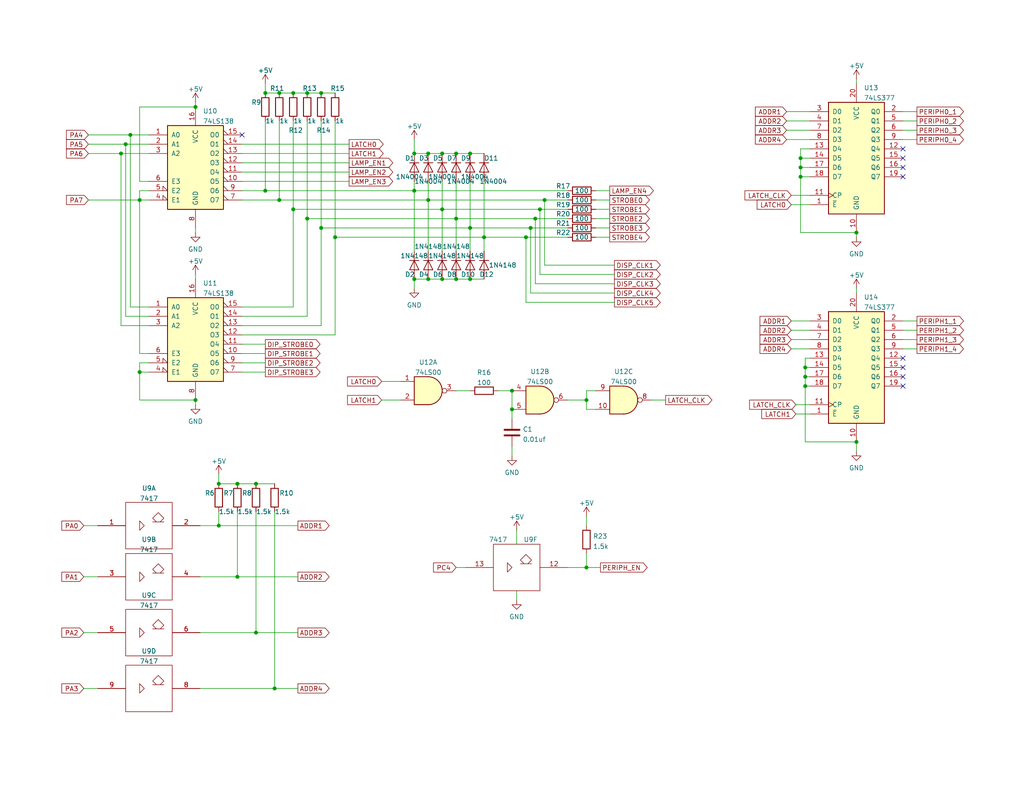
<source format=kicad_sch>
(kicad_sch (version 20211123) (generator eeschema)
  (paper "USLetter")
  (title_block (title "Peripheral Interfaces") (date "2022-08-27") (rev "1.5") (company "ePinball") (comment 1 "github.com/jfleitz/gp-mpu"))
  (lib_symbols
    (symbol "74xx:74LS00" (pin_names (offset 1.016))
      (property "Reference" "U" (at 0 1.27 0))
      (property "Value" "74LS00" (at 0 -1.27 0))
      (symbol "74LS00_1_1"
        (arc (start 0 -3.81) (mid 3.81 0) (end 0 3.81) (stroke (width 0.254)) (fill (type background)))
        (polyline (pts (xy 0 3.81) (xy -3.81 3.81) (xy -3.81 -3.81) (xy 0 -3.81)) (stroke (width 0.254)) (fill (type background)))
        (pin input line (at -7.62 2.54 0) (length 3.81) (name "~") (number "1"))
        (pin input line (at -7.62 -2.54 0) (length 3.81) (name "~") (number "2"))
        (pin output inverted (at 7.62 0 180) (length 3.81) (name "~") (number "3"))
      )
      (symbol "74LS00_1_2"
        (arc (start -3.81 -3.81) (mid -2.589 0) (end -3.81 3.81) (stroke (width 0.254)))
        (arc (start -0.6096 -3.81) (mid 2.1855 -2.584) (end 3.81 0) (stroke (width 0.254)) (fill (type background)))
        (polyline (pts (xy -3.81 -3.81) (xy -0.635 -3.81)) (stroke (width 0.254)) (fill (type background)))
        (polyline (pts (xy -3.81 3.81) (xy -0.635 3.81)) (stroke (width 0.254)) (fill (type background)))
        (polyline (pts (xy -0.635 3.81) (xy -3.81 3.81) (xy -3.81 3.81) (xy -3.556 3.4036) (xy -3.0226 2.2606) (xy -2.6924 1.0414) (xy -2.6162 -0.254) (xy -2.7686 -1.4986) (xy -3.175 -2.7178) (xy -3.81 -3.81) (xy -3.81 -3.81) (xy -0.635 -3.81)) (stroke (width -25.4)) (fill (type background)))
        (arc (start 3.81 0) (mid 2.1928 2.5925) (end -0.6096 3.81) (stroke (width 0.254)) (fill (type background)))
        (pin input inverted (at -7.62 2.54 0) (length 4.318) (name "~") (number "1"))
        (pin input inverted (at -7.62 -2.54 0) (length 4.318) (name "~") (number "2"))
        (pin output line (at 7.62 0 180) (length 3.81) (name "~") (number "3"))
      )
      (symbol "74LS00_2_1"
        (arc (start 0 -3.81) (mid 3.81 0) (end 0 3.81) (stroke (width 0.254)) (fill (type background)))
        (polyline (pts (xy 0 3.81) (xy -3.81 3.81) (xy -3.81 -3.81) (xy 0 -3.81)) (stroke (width 0.254)) (fill (type background)))
        (pin input line (at -7.62 2.54 0) (length 3.81) (name "~") (number "4"))
        (pin input line (at -7.62 -2.54 0) (length 3.81) (name "~") (number "5"))
        (pin output inverted (at 7.62 0 180) (length 3.81) (name "~") (number "6"))
      )
      (symbol "74LS00_2_2"
        (arc (start -3.81 -3.81) (mid -2.589 0) (end -3.81 3.81) (stroke (width 0.254)))
        (arc (start -0.6096 -3.81) (mid 2.1855 -2.584) (end 3.81 0) (stroke (width 0.254)) (fill (type background)))
        (polyline (pts (xy -3.81 -3.81) (xy -0.635 -3.81)) (stroke (width 0.254)) (fill (type background)))
        (polyline (pts (xy -3.81 3.81) (xy -0.635 3.81)) (stroke (width 0.254)) (fill (type background)))
        (polyline (pts (xy -0.635 3.81) (xy -3.81 3.81) (xy -3.81 3.81) (xy -3.556 3.4036) (xy -3.0226 2.2606) (xy -2.6924 1.0414) (xy -2.6162 -0.254) (xy -2.7686 -1.4986) (xy -3.175 -2.7178) (xy -3.81 -3.81) (xy -3.81 -3.81) (xy -0.635 -3.81)) (stroke (width -25.4)) (fill (type background)))
        (arc (start 3.81 0) (mid 2.1928 2.5925) (end -0.6096 3.81) (stroke (width 0.254)) (fill (type background)))
        (pin input inverted (at -7.62 2.54 0) (length 4.318) (name "~") (number "4"))
        (pin input inverted (at -7.62 -2.54 0) (length 4.318) (name "~") (number "5"))
        (pin output line (at 7.62 0 180) (length 3.81) (name "~") (number "6"))
      )
      (symbol "74LS00_3_1"
        (arc (start 0 -3.81) (mid 3.81 0) (end 0 3.81) (stroke (width 0.254)) (fill (type background)))
        (polyline (pts (xy 0 3.81) (xy -3.81 3.81) (xy -3.81 -3.81) (xy 0 -3.81)) (stroke (width 0.254)) (fill (type background)))
        (pin input line (at -7.62 -2.54 0) (length 3.81) (name "~") (number "10"))
        (pin output inverted (at 7.62 0 180) (length 3.81) (name "~") (number "8"))
        (pin input line (at -7.62 2.54 0) (length 3.81) (name "~") (number "9"))
      )
      (symbol "74LS00_3_2"
        (arc (start -3.81 -3.81) (mid -2.589 0) (end -3.81 3.81) (stroke (width 0.254)))
        (arc (start -0.6096 -3.81) (mid 2.1855 -2.584) (end 3.81 0) (stroke (width 0.254)) (fill (type background)))
        (polyline (pts (xy -3.81 -3.81) (xy -0.635 -3.81)) (stroke (width 0.254)) (fill (type background)))
        (polyline (pts (xy -3.81 3.81) (xy -0.635 3.81)) (stroke (width 0.254)) (fill (type background)))
        (polyline (pts (xy -0.635 3.81) (xy -3.81 3.81) (xy -3.81 3.81) (xy -3.556 3.4036) (xy -3.0226 2.2606) (xy -2.6924 1.0414) (xy -2.6162 -0.254) (xy -2.7686 -1.4986) (xy -3.175 -2.7178) (xy -3.81 -3.81) (xy -3.81 -3.81) (xy -0.635 -3.81)) (stroke (width -25.4)) (fill (type background)))
        (arc (start 3.81 0) (mid 2.1928 2.5925) (end -0.6096 3.81) (stroke (width 0.254)) (fill (type background)))
        (pin input inverted (at -7.62 -2.54 0) (length 4.318) (name "~") (number "10"))
        (pin output line (at 7.62 0 180) (length 3.81) (name "~") (number "8"))
        (pin input inverted (at -7.62 2.54 0) (length 4.318) (name "~") (number "9"))
      )
      (symbol "74LS00_4_1"
        (arc (start 0 -3.81) (mid 3.81 0) (end 0 3.81) (stroke (width 0.254)) (fill (type background)))
        (polyline (pts (xy 0 3.81) (xy -3.81 3.81) (xy -3.81 -3.81) (xy 0 -3.81)) (stroke (width 0.254)) (fill (type background)))
        (pin output inverted (at 7.62 0 180) (length 3.81) (name "~") (number "11"))
        (pin input line (at -7.62 2.54 0) (length 3.81) (name "~") (number "12"))
        (pin input line (at -7.62 -2.54 0) (length 3.81) (name "~") (number "13"))
      )
      (symbol "74LS00_4_2"
        (arc (start -3.81 -3.81) (mid -2.589 0) (end -3.81 3.81) (stroke (width 0.254)))
        (arc (start -0.6096 -3.81) (mid 2.1855 -2.584) (end 3.81 0) (stroke (width 0.254)) (fill (type background)))
        (polyline (pts (xy -3.81 -3.81) (xy -0.635 -3.81)) (stroke (width 0.254)) (fill (type background)))
        (polyline (pts (xy -3.81 3.81) (xy -0.635 3.81)) (stroke (width 0.254)) (fill (type background)))
        (polyline (pts (xy -0.635 3.81) (xy -3.81 3.81) (xy -3.81 3.81) (xy -3.556 3.4036) (xy -3.0226 2.2606) (xy -2.6924 1.0414) (xy -2.6162 -0.254) (xy -2.7686 -1.4986) (xy -3.175 -2.7178) (xy -3.81 -3.81) (xy -3.81 -3.81) (xy -0.635 -3.81)) (stroke (width -25.4)) (fill (type background)))
        (arc (start 3.81 0) (mid 2.1928 2.5925) (end -0.6096 3.81) (stroke (width 0.254)) (fill (type background)))
        (pin output line (at 7.62 0 180) (length 3.81) (name "~") (number "11"))
        (pin input inverted (at -7.62 2.54 0) (length 4.318) (name "~") (number "12"))
        (pin input inverted (at -7.62 -2.54 0) (length 4.318) (name "~") (number "13"))
      )
      (symbol "74LS00_5_0"
        (pin power_in line (at 0 12.7 270) (length 5.08) (name "VCC") (number "14"))
        (pin power_in line (at 0 -12.7 90) (length 5.08) (name "GND") (number "7"))
      )
      (symbol "74LS00_5_1"
        (rectangle (start -5.08 7.62) (end 5.08 -7.62) (stroke (width 0.254)) (fill (type background)))
      )
    )
    (symbol "74xx:74LS138" (pin_names (offset 1.016))
      (property "Reference" "U" (at -7.62 11.43 0))
      (property "Value" "74LS138" (at -7.62 -13.97 0))
      (symbol "74LS138_1_0"
        (pin input line (at -12.7 7.62 0) (length 5.08) (name "A0") (number "1"))
        (pin output output_low (at 12.7 -5.08 180) (length 5.08) (name "O5") (number "10"))
        (pin output output_low (at 12.7 -2.54 180) (length 5.08) (name "O4") (number "11"))
        (pin output output_low (at 12.7 0 180) (length 5.08) (name "O3") (number "12"))
        (pin output output_low (at 12.7 2.54 180) (length 5.08) (name "O2") (number "13"))
        (pin output output_low (at 12.7 5.08 180) (length 5.08) (name "O1") (number "14"))
        (pin output output_low (at 12.7 7.62 180) (length 5.08) (name "O0") (number "15"))
        (pin power_in line (at 0 15.24 270) (length 5.08) (name "VCC") (number "16"))
        (pin input line (at -12.7 5.08 0) (length 5.08) (name "A1") (number "2"))
        (pin input line (at -12.7 2.54 0) (length 5.08) (name "A2") (number "3"))
        (pin input input_low (at -12.7 -10.16 0) (length 5.08) (name "E1") (number "4"))
        (pin input input_low (at -12.7 -7.62 0) (length 5.08) (name "E2") (number "5"))
        (pin input line (at -12.7 -5.08 0) (length 5.08) (name "E3") (number "6"))
        (pin output output_low (at 12.7 -10.16 180) (length 5.08) (name "O7") (number "7"))
        (pin power_in line (at 0 -17.78 90) (length 5.08) (name "GND") (number "8"))
        (pin output output_low (at 12.7 -7.62 180) (length 5.08) (name "O6") (number "9"))
      )
      (symbol "74LS138_1_1"
        (rectangle (start -7.62 10.16) (end 7.62 -12.7) (stroke (width 0.254)) (fill (type background)))
      )
    )
    (symbol "74xx:74LS377" (pin_names (offset 1.016))
      (property "Reference" "U" (at -7.62 16.51 0))
      (property "Value" "74LS377" (at -7.62 -16.51 0))
      (symbol "74LS377_1_0"
        (pin input line (at -12.7 -12.7 0) (length 5.08) (name "~{E}") (number "1"))
        (pin power_in line (at 0 -20.32 90) (length 5.08) (name "GND") (number "10"))
        (pin input clock (at -12.7 -10.16 0) (length 5.08) (name "CP") (number "11"))
        (pin output line (at 12.7 2.54 180) (length 5.08) (name "Q4") (number "12"))
        (pin input line (at -12.7 2.54 0) (length 5.08) (name "D4") (number "13"))
        (pin input line (at -12.7 0 0) (length 5.08) (name "D5") (number "14"))
        (pin output line (at 12.7 0 180) (length 5.08) (name "Q5") (number "15"))
        (pin output line (at 12.7 -2.54 180) (length 5.08) (name "Q6") (number "16"))
        (pin input line (at -12.7 -2.54 0) (length 5.08) (name "D6") (number "17"))
        (pin input line (at -12.7 -5.08 0) (length 5.08) (name "D7") (number "18"))
        (pin output line (at 12.7 -5.08 180) (length 5.08) (name "Q7") (number "19"))
        (pin output line (at 12.7 12.7 180) (length 5.08) (name "Q0") (number "2"))
        (pin power_in line (at 0 20.32 270) (length 5.08) (name "VCC") (number "20"))
        (pin input line (at -12.7 12.7 0) (length 5.08) (name "D0") (number "3"))
        (pin input line (at -12.7 10.16 0) (length 5.08) (name "D1") (number "4"))
        (pin output line (at 12.7 10.16 180) (length 5.08) (name "Q1") (number "5"))
        (pin output line (at 12.7 7.62 180) (length 5.08) (name "Q2") (number "6"))
        (pin input line (at -12.7 7.62 0) (length 5.08) (name "D2") (number "7"))
        (pin input line (at -12.7 5.08 0) (length 5.08) (name "D3") (number "8"))
        (pin output line (at 12.7 5.08 180) (length 5.08) (name "Q3") (number "9"))
      )
      (symbol "74LS377_1_1"
        (rectangle (start -7.62 15.24) (end 7.62 -15.24) (stroke (width 0.254)) (fill (type background)))
      )
    )
    (symbol "74xx_IEEE:7417" (pin_names (offset 0.762))
      (property "Reference" "U" (at 3.81 8.89 0))
      (property "Value" "7417" (at 3.81 -7.62 0))
      (symbol "7417_0_1"
        (rectangle (start -6.35 6.35) (end 6.35 -6.35))
        (polyline (pts (xy -2.54 1.27) (xy -2.54 -1.27) (xy -1.27 0) (xy -2.54 1.27) (xy -2.54 1.27)))
        (polyline (pts (xy 3.048 1.016) (xy 4.064 2.032) (xy 2.54 3.556) (xy 1.016 2.032) (xy 2.032 1.016) (xy 1.016 1.016) (xy 4.064 1.016) (xy 4.064 1.016)))
        (pin power_in line (at 0 6.35 270) (length 0) hide (name "Vcc") (number "14"))
        (pin power_in line (at 0 -6.35 90) (length 0) hide (name "Gnd") (number "7"))
      )
      (symbol "7417_1_1"
        (pin input line (at -13.97 0 0) (length 7.62) (name "~") (number "1"))
        (pin open_collector line (at 13.97 0 180) (length 7.62) (name "~") (number "2"))
      )
      (symbol "7417_2_1"
        (pin input line (at -13.97 0 0) (length 7.62) (name "~") (number "3"))
        (pin open_collector line (at 13.97 0 180) (length 7.62) (name "~") (number "4"))
      )
      (symbol "7417_3_1"
        (pin input line (at -13.97 0 0) (length 7.62) (name "~") (number "5"))
        (pin open_collector line (at 13.97 0 180) (length 7.62) (name "~") (number "6"))
      )
      (symbol "7417_4_1"
        (pin open_collector line (at 13.97 0 180) (length 7.62) (name "~") (number "8"))
        (pin input line (at -13.97 0 0) (length 7.62) (name "~") (number "9"))
      )
      (symbol "7417_5_1"
        (pin open_collector line (at 13.97 0 180) (length 7.62) (name "~") (number "10"))
        (pin input line (at -13.97 0 0) (length 7.62) (name "~") (number "11"))
      )
      (symbol "7417_6_1"
        (pin open_collector line (at 13.97 0 180) (length 7.62) (name "~") (number "12"))
        (pin input line (at -13.97 0 0) (length 7.62) (name "~") (number "13"))
      )
    )
    (symbol "Device:C" (pin_numbers hide) (pin_names (offset 0.254))
      (property "Reference" "C" (at 0.635 2.54 0))
      (property "Value" "C" (at 0.635 -2.54 0))
      (symbol "C_0_1"
        (polyline (pts (xy -2.032 -0.762) (xy 2.032 -0.762)) (stroke (width 0.508)))
        (polyline (pts (xy -2.032 0.762) (xy 2.032 0.762)) (stroke (width 0.508)))
      )
      (symbol "C_1_1"
        (pin passive line (at 0 3.81 270) (length 2.794) (name "~") (number "1"))
        (pin passive line (at 0 -3.81 90) (length 2.794) (name "~") (number "2"))
      )
    )
    (symbol "Device:R" (pin_numbers hide) (pin_names (offset 0))
      (property "Reference" "R" (at 2.032 0 90))
      (property "Value" "R" (at 0 0 90))
      (symbol "R_0_1"
        (rectangle (start -1.016 -2.54) (end 1.016 2.54) (stroke (width 0.254)))
      )
      (symbol "R_1_1"
        (pin passive line (at 0 3.81 270) (length 1.27) (name "~") (number "1"))
        (pin passive line (at 0 -3.81 90) (length 1.27) (name "~") (number "2"))
      )
    )
    (symbol "Diode:1N4004" (pin_numbers hide) (pin_names (offset 1.016) hide)
      (property "Reference" "D" (at 0 2.54 0))
      (property "Value" "1N4004" (at 0 -2.54 0))
      (symbol "1N4004_0_1"
        (polyline (pts (xy -1.27 1.27) (xy -1.27 -1.27)) (stroke (width 0.2032)))
        (polyline (pts (xy 1.27 0) (xy -1.27 0)))
        (polyline (pts (xy 1.27 1.27) (xy 1.27 -1.27) (xy -1.27 0) (xy 1.27 1.27)) (stroke (width 0.2032)))
      )
      (symbol "1N4004_1_1"
        (pin passive line (at -3.81 0 0) (length 2.54) (name "K") (number "1"))
        (pin passive line (at 3.81 0 180) (length 2.54) (name "A") (number "2"))
      )
    )
    (symbol "Diode:1N4148" (pin_numbers hide) (pin_names (offset 1.016) hide)
      (property "Reference" "D" (at 0 2.54 0))
      (property "Value" "1N4148" (at 0 -2.54 0))
      (symbol "1N4148_0_1"
        (polyline (pts (xy -1.27 1.27) (xy -1.27 -1.27)) (stroke (width 0.2032)))
        (polyline (pts (xy 1.27 0) (xy -1.27 0)))
        (polyline (pts (xy 1.27 1.27) (xy 1.27 -1.27) (xy -1.27 0) (xy 1.27 1.27)) (stroke (width 0.2032)))
      )
      (symbol "1N4148_1_1"
        (pin passive line (at -3.81 0 0) (length 2.54) (name "K") (number "1"))
        (pin passive line (at 3.81 0 180) (length 2.54) (name "A") (number "2"))
      )
    )
    (symbol "power:+5V" (power) (pin_names (offset 0))
      (property "Value" "+5V" (at 0 3.556 0))
      (symbol "+5V_0_1"
        (polyline (pts (xy -0.762 1.27) (xy 0 2.54)))
        (polyline (pts (xy 0 0) (xy 0 2.54)))
        (polyline (pts (xy 0 2.54) (xy 0.762 1.27)))
      )
      (symbol "+5V_1_1"
        (pin power_in line (at 0 0 90) (length 0) hide (name "+5V") (number "1"))
      )
    )
    (symbol "power:GND" (power) (pin_names (offset 0))
      (property "Value" "GND" (at 0 -3.81 0))
      (symbol "GND_0_1"
        (polyline (pts (xy 0 0) (xy 0 -1.27) (xy 1.27 -1.27) (xy 0 -2.54) (xy -1.27 -1.27) (xy 0 -1.27)))
      )
      (symbol "GND_1_1"
        (pin power_in line (at 0 0 270) (length 0) hide (name "GND") (number "1"))
      )
    )
  )
  (junction (at 139.7 106.68))
  (junction (at 144.78 62.23))
  (junction (at 53.34 29.21))
  (junction (at 113.03 76.2))
  (junction (at 76.2 25.4))
  (junction (at 64.77 157.48))
  (junction (at 143.51 64.77))
  (junction (at 120.65 76.2))
  (junction (at 74.93 187.96))
  (junction (at 80.01 57.15))
  (junction (at 219.71 100.33))
  (junction (at 128.27 62.23))
  (junction (at 124.46 59.69))
  (junction (at 218.44 43.18))
  (junction (at 233.68 120.65))
  (junction (at 59.69 132.08))
  (junction (at 120.65 41.91))
  (junction (at 76.2 54.61))
  (junction (at 124.46 76.2))
  (junction (at 147.32 57.15))
  (junction (at 116.84 41.91))
  (junction (at 218.44 45.72))
  (junction (at 59.69 143.51))
  (junction (at 83.82 25.4))
  (junction (at 34.29 39.37))
  (junction (at 83.82 59.69))
  (junction (at 148.59 54.61))
  (junction (at 33.02 41.91))
  (junction (at 38.1 101.6))
  (junction (at 69.85 172.72))
  (junction (at 113.03 52.07))
  (junction (at 128.27 41.91))
  (junction (at 87.63 62.23))
  (junction (at 116.84 76.2))
  (junction (at 87.63 25.4))
  (junction (at 146.05 59.69))
  (junction (at 116.84 54.61))
  (junction (at 132.08 64.77))
  (junction (at 38.1 54.61))
  (junction (at 160.02 109.22))
  (junction (at 160.02 154.94))
  (junction (at 69.85 132.08))
  (junction (at 219.71 105.41))
  (junction (at 120.65 57.15))
  (junction (at 72.39 25.4))
  (junction (at 91.44 64.77))
  (junction (at 64.77 132.08))
  (junction (at 128.27 76.2))
  (junction (at 233.68 63.5))
  (junction (at 124.46 41.91))
  (junction (at 53.34 109.22))
  (junction (at 113.03 41.91))
  (junction (at 139.7 111.76))
  (junction (at 72.39 52.07))
  (junction (at 35.56 36.83))
  (junction (at 80.01 25.4))
  (junction (at 219.71 102.87))
  (junction (at 218.44 48.26))
  (no_connect (at 66.04 36.83))
  (no_connect (at 246.38 40.64))
  (no_connect (at 246.38 43.18))
  (no_connect (at 246.38 45.72))
  (no_connect (at 246.38 48.26))
  (no_connect (at 246.38 105.41))
  (no_connect (at 246.38 102.87))
  (no_connect (at 246.38 100.33))
  (no_connect (at 246.38 97.79))
  (wire (pts (xy 104.14 109.22) (xy 109.22 109.22)))
  (wire (pts (xy 219.71 97.79) (xy 219.71 100.33)))
  (wire (pts (xy 233.68 63.5) (xy 233.68 64.77)))
  (wire (pts (xy 53.34 62.23) (xy 53.34 63.5)))
  (wire (pts (xy 160.02 106.68) (xy 162.56 106.68)))
  (wire (pts (xy 54.61 143.51) (xy 59.69 143.51)))
  (wire (pts (xy 218.44 48.26) (xy 218.44 63.5)))
  (wire (pts (xy 38.1 99.06) (xy 38.1 101.6)))
  (wire (pts (xy 128.27 62.23) (xy 144.78 62.23)))
  (wire (pts (xy 80.01 57.15) (xy 80.01 33.02)))
  (wire (pts (xy 219.71 105.41) (xy 220.98 105.41)))
  (wire (pts (xy 40.64 52.07) (xy 38.1 52.07)))
  (wire (pts (xy 91.44 91.44) (xy 66.04 91.44)))
  (wire (pts (xy 113.03 76.2) (xy 113.03 78.74)))
  (wire (pts (xy 120.65 76.2) (xy 124.46 76.2)))
  (wire (pts (xy 124.46 41.91) (xy 128.27 41.91)))
  (wire (pts (xy 120.65 41.91) (xy 124.46 41.91)))
  (wire (pts (xy 40.64 99.06) (xy 38.1 99.06)))
  (wire (pts (xy 59.69 143.51) (xy 81.28 143.51)))
  (wire (pts (xy 66.04 83.82) (xy 80.01 83.82)))
  (wire (pts (xy 24.13 41.91) (xy 33.02 41.91)))
  (wire (pts (xy 140.97 161.29) (xy 140.97 163.83)))
  (wire (pts (xy 59.69 132.08) (xy 64.77 132.08)))
  (wire (pts (xy 214.63 33.02) (xy 220.98 33.02)))
  (wire (pts (xy 40.64 96.52) (xy 38.1 96.52)))
  (wire (pts (xy 218.44 43.18) (xy 218.44 45.72)))
  (wire (pts (xy 162.56 62.23) (xy 166.37 62.23)))
  (wire (pts (xy 246.38 38.1) (xy 250.19 38.1)))
  (wire (pts (xy 116.84 76.2) (xy 120.65 76.2)))
  (wire (pts (xy 146.05 59.69) (xy 146.05 77.47)))
  (wire (pts (xy 38.1 29.21) (xy 53.34 29.21)))
  (wire (pts (xy 38.1 101.6) (xy 38.1 109.22)))
  (wire (pts (xy 38.1 96.52) (xy 38.1 54.61)))
  (wire (pts (xy 162.56 52.07) (xy 166.37 52.07)))
  (wire (pts (xy 69.85 172.72) (xy 81.28 172.72)))
  (wire (pts (xy 83.82 25.4) (xy 87.63 25.4)))
  (wire (pts (xy 148.59 54.61) (xy 148.59 72.39)))
  (wire (pts (xy 87.63 25.4) (xy 91.44 25.4)))
  (wire (pts (xy 38.1 52.07) (xy 38.1 54.61)))
  (wire (pts (xy 140.97 144.78) (xy 140.97 148.59)))
  (wire (pts (xy 120.65 49.53) (xy 120.65 57.15)))
  (wire (pts (xy 218.44 45.72) (xy 220.98 45.72)))
  (wire (pts (xy 66.04 39.37) (xy 95.25 39.37)))
  (wire (pts (xy 219.71 102.87) (xy 219.71 105.41)))
  (wire (pts (xy 113.03 52.07) (xy 154.94 52.07)))
  (wire (pts (xy 177.8 109.22) (xy 181.61 109.22)))
  (wire (pts (xy 72.39 52.07) (xy 72.39 33.02)))
  (wire (pts (xy 69.85 172.72) (xy 69.85 139.7)))
  (wire (pts (xy 154.94 54.61) (xy 148.59 54.61)))
  (wire (pts (xy 219.71 100.33) (xy 220.98 100.33)))
  (wire (pts (xy 139.7 121.92) (xy 139.7 124.46)))
  (wire (pts (xy 147.32 74.93) (xy 147.32 57.15)))
  (wire (pts (xy 66.04 88.9) (xy 87.63 88.9)))
  (wire (pts (xy 76.2 54.61) (xy 116.84 54.61)))
  (wire (pts (xy 143.51 82.55) (xy 167.64 82.55)))
  (wire (pts (xy 120.65 57.15) (xy 120.65 68.58)))
  (wire (pts (xy 76.2 54.61) (xy 76.2 33.02)))
  (wire (pts (xy 218.44 45.72) (xy 218.44 48.26)))
  (wire (pts (xy 220.98 97.79) (xy 219.71 97.79)))
  (wire (pts (xy 66.04 54.61) (xy 76.2 54.61)))
  (wire (pts (xy 215.9 95.25) (xy 220.98 95.25)))
  (wire (pts (xy 54.61 172.72) (xy 69.85 172.72)))
  (wire (pts (xy 83.82 33.02) (xy 83.82 59.69)))
  (wire (pts (xy 40.64 88.9) (xy 33.02 88.9)))
  (wire (pts (xy 128.27 41.91) (xy 132.08 41.91)))
  (wire (pts (xy 91.44 64.77) (xy 91.44 91.44)))
  (wire (pts (xy 64.77 157.48) (xy 81.28 157.48)))
  (wire (pts (xy 215.9 87.63) (xy 220.98 87.63)))
  (wire (pts (xy 218.44 40.64) (xy 218.44 43.18)))
  (wire (pts (xy 66.04 96.52) (xy 72.39 96.52)))
  (wire (pts (xy 154.94 109.22) (xy 160.02 109.22)))
  (wire (pts (xy 22.86 143.51) (xy 26.67 143.51)))
  (wire (pts (xy 83.82 59.69) (xy 83.82 86.36)))
  (wire (pts (xy 162.56 64.77) (xy 166.37 64.77)))
  (wire (pts (xy 74.93 187.96) (xy 81.28 187.96)))
  (wire (pts (xy 167.64 80.01) (xy 144.78 80.01)))
  (wire (pts (xy 38.1 54.61) (xy 40.64 54.61)))
  (wire (pts (xy 218.44 63.5) (xy 233.68 63.5)))
  (wire (pts (xy 91.44 64.77) (xy 132.08 64.77)))
  (wire (pts (xy 160.02 140.97) (xy 160.02 143.51)))
  (wire (pts (xy 64.77 132.08) (xy 69.85 132.08)))
  (wire (pts (xy 38.1 49.53) (xy 38.1 29.21)))
  (wire (pts (xy 143.51 64.77) (xy 154.94 64.77)))
  (wire (pts (xy 80.01 57.15) (xy 120.65 57.15)))
  (wire (pts (xy 40.64 49.53) (xy 38.1 49.53)))
  (wire (pts (xy 132.08 64.77) (xy 143.51 64.77)))
  (wire (pts (xy 113.03 76.2) (xy 116.84 76.2)))
  (wire (pts (xy 146.05 77.47) (xy 167.64 77.47)))
  (wire (pts (xy 80.01 83.82) (xy 80.01 57.15)))
  (wire (pts (xy 53.34 109.22) (xy 53.34 110.49)))
  (wire (pts (xy 113.03 52.07) (xy 113.03 68.58)))
  (wire (pts (xy 162.56 54.61) (xy 166.37 54.61)))
  (wire (pts (xy 69.85 132.08) (xy 74.93 132.08)))
  (wire (pts (xy 215.9 53.34) (xy 220.98 53.34)))
  (wire (pts (xy 34.29 39.37) (xy 40.64 39.37)))
  (wire (pts (xy 66.04 44.45) (xy 95.25 44.45)))
  (wire (pts (xy 22.86 157.48) (xy 26.67 157.48)))
  (wire (pts (xy 128.27 76.2) (xy 132.08 76.2)))
  (wire (pts (xy 66.04 49.53) (xy 95.25 49.53)))
  (wire (pts (xy 217.17 110.49) (xy 220.98 110.49)))
  (wire (pts (xy 162.56 57.15) (xy 166.37 57.15)))
  (wire (pts (xy 72.39 52.07) (xy 113.03 52.07)))
  (wire (pts (xy 124.46 76.2) (xy 128.27 76.2)))
  (wire (pts (xy 124.46 106.68) (xy 128.27 106.68)))
  (wire (pts (xy 59.69 129.54) (xy 59.69 132.08)))
  (wire (pts (xy 66.04 41.91) (xy 95.25 41.91)))
  (wire (pts (xy 24.13 36.83) (xy 35.56 36.83)))
  (wire (pts (xy 116.84 41.91) (xy 120.65 41.91)))
  (wire (pts (xy 53.34 27.94) (xy 53.34 29.21)))
  (wire (pts (xy 66.04 99.06) (xy 72.39 99.06)))
  (wire (pts (xy 40.64 86.36) (xy 34.29 86.36)))
  (wire (pts (xy 24.13 39.37) (xy 34.29 39.37)))
  (wire (pts (xy 87.63 62.23) (xy 128.27 62.23)))
  (wire (pts (xy 113.03 41.91) (xy 116.84 41.91)))
  (wire (pts (xy 74.93 187.96) (xy 74.93 139.7)))
  (wire (pts (xy 54.61 157.48) (xy 64.77 157.48)))
  (wire (pts (xy 167.64 74.93) (xy 147.32 74.93)))
  (wire (pts (xy 146.05 59.69) (xy 154.94 59.69)))
  (wire (pts (xy 38.1 109.22) (xy 53.34 109.22)))
  (wire (pts (xy 33.02 41.91) (xy 40.64 41.91)))
  (wire (pts (xy 233.68 21.59) (xy 233.68 22.86)))
  (wire (pts (xy 219.71 102.87) (xy 220.98 102.87)))
  (wire (pts (xy 124.46 59.69) (xy 146.05 59.69)))
  (wire (pts (xy 72.39 22.86) (xy 72.39 25.4)))
  (wire (pts (xy 219.71 120.65) (xy 233.68 120.65)))
  (wire (pts (xy 139.7 111.76) (xy 139.7 114.3)))
  (wire (pts (xy 22.86 172.72) (xy 26.67 172.72)))
  (wire (pts (xy 34.29 86.36) (xy 34.29 39.37)))
  (wire (pts (xy 83.82 59.69) (xy 124.46 59.69)))
  (wire (pts (xy 147.32 57.15) (xy 154.94 57.15)))
  (wire (pts (xy 214.63 35.56) (xy 220.98 35.56)))
  (wire (pts (xy 116.84 54.61) (xy 116.84 68.58)))
  (wire (pts (xy 246.38 33.02) (xy 250.19 33.02)))
  (wire (pts (xy 215.9 90.17) (xy 220.98 90.17)))
  (wire (pts (xy 128.27 62.23) (xy 128.27 68.58)))
  (wire (pts (xy 215.9 92.71) (xy 220.98 92.71)))
  (wire (pts (xy 120.65 57.15) (xy 147.32 57.15)))
  (wire (pts (xy 219.71 100.33) (xy 219.71 102.87)))
  (wire (pts (xy 104.14 104.14) (xy 109.22 104.14)))
  (wire (pts (xy 139.7 106.68) (xy 139.7 111.76)))
  (wire (pts (xy 113.03 38.1) (xy 113.03 41.91)))
  (wire (pts (xy 113.03 49.53) (xy 113.03 52.07)))
  (wire (pts (xy 59.69 143.51) (xy 59.69 139.7)))
  (wire (pts (xy 64.77 157.48) (xy 64.77 139.7)))
  (wire (pts (xy 246.38 35.56) (xy 250.19 35.56)))
  (wire (pts (xy 246.38 95.25) (xy 250.19 95.25)))
  (wire (pts (xy 87.63 88.9) (xy 87.63 62.23)))
  (wire (pts (xy 124.46 59.69) (xy 124.46 68.58)))
  (wire (pts (xy 35.56 83.82) (xy 40.64 83.82)))
  (wire (pts (xy 154.94 154.94) (xy 160.02 154.94)))
  (wire (pts (xy 144.78 62.23) (xy 154.94 62.23)))
  (wire (pts (xy 162.56 59.69) (xy 166.37 59.69)))
  (wire (pts (xy 218.44 43.18) (xy 220.98 43.18)))
  (wire (pts (xy 246.38 90.17) (xy 250.19 90.17)))
  (wire (pts (xy 218.44 48.26) (xy 220.98 48.26)))
  (wire (pts (xy 22.86 187.96) (xy 26.67 187.96)))
  (wire (pts (xy 35.56 36.83) (xy 35.56 83.82)))
  (wire (pts (xy 83.82 86.36) (xy 66.04 86.36)))
  (wire (pts (xy 66.04 52.07) (xy 72.39 52.07)))
  (wire (pts (xy 148.59 72.39) (xy 167.64 72.39)))
  (wire (pts (xy 246.38 30.48) (xy 250.19 30.48)))
  (wire (pts (xy 40.64 36.83) (xy 35.56 36.83)))
  (wire (pts (xy 124.46 49.53) (xy 124.46 59.69)))
  (wire (pts (xy 160.02 151.13) (xy 160.02 154.94)))
  (wire (pts (xy 219.71 105.41) (xy 219.71 120.65)))
  (wire (pts (xy 132.08 49.53) (xy 132.08 64.77)))
  (wire (pts (xy 233.68 120.65) (xy 233.68 123.19)))
  (wire (pts (xy 215.9 55.88) (xy 220.98 55.88)))
  (wire (pts (xy 66.04 93.98) (xy 72.39 93.98)))
  (wire (pts (xy 116.84 49.53) (xy 116.84 54.61)))
  (wire (pts (xy 220.98 40.64) (xy 218.44 40.64)))
  (wire (pts (xy 53.34 74.93) (xy 53.34 76.2)))
  (wire (pts (xy 66.04 101.6) (xy 72.39 101.6)))
  (wire (pts (xy 246.38 87.63) (xy 250.19 87.63)))
  (wire (pts (xy 116.84 54.61) (xy 148.59 54.61)))
  (wire (pts (xy 33.02 88.9) (xy 33.02 41.91)))
  (wire (pts (xy 246.38 92.71) (xy 250.19 92.71)))
  (wire (pts (xy 87.63 62.23) (xy 87.63 33.02)))
  (wire (pts (xy 66.04 46.99) (xy 95.25 46.99)))
  (wire (pts (xy 38.1 101.6) (xy 40.64 101.6)))
  (wire (pts (xy 160.02 111.76) (xy 162.56 111.76)))
  (wire (pts (xy 160.02 109.22) (xy 160.02 106.68)))
  (wire (pts (xy 124.46 154.94) (xy 127 154.94)))
  (wire (pts (xy 91.44 33.02) (xy 91.44 64.77)))
  (wire (pts (xy 233.68 78.74) (xy 233.68 80.01)))
  (wire (pts (xy 160.02 109.22) (xy 160.02 111.76)))
  (wire (pts (xy 72.39 25.4) (xy 76.2 25.4)))
  (wire (pts (xy 143.51 64.77) (xy 143.51 82.55)))
  (wire (pts (xy 135.89 106.68) (xy 139.7 106.68)))
  (wire (pts (xy 214.63 38.1) (xy 220.98 38.1)))
  (wire (pts (xy 217.17 113.03) (xy 220.98 113.03)))
  (wire (pts (xy 144.78 80.01) (xy 144.78 62.23)))
  (wire (pts (xy 80.01 25.4) (xy 83.82 25.4)))
  (wire (pts (xy 160.02 154.94) (xy 163.83 154.94)))
  (wire (pts (xy 24.13 54.61) (xy 38.1 54.61)))
  (wire (pts (xy 54.61 187.96) (xy 74.93 187.96)))
  (wire (pts (xy 132.08 64.77) (xy 132.08 68.58)))
  (wire (pts (xy 128.27 49.53) (xy 128.27 62.23)))
  (wire (pts (xy 76.2 25.4) (xy 80.01 25.4)))
  (wire (pts (xy 214.63 30.48) (xy 220.98 30.48)))
  (global_label "DIP_STROBE0" (shape output) (at 72.39 93.98 0) (property "Intersheet References" "${INTERSHEET_REFS}" (effects hide)))
  (global_label "LATCH0" (shape output) (at 95.25 39.37 0) (property "Intersheet References" "${INTERSHEET_REFS}" (effects hide)))
  (global_label "STROBE0" (shape output) (at 166.37 54.61 0) (property "Intersheet References" "${INTERSHEET_REFS}" (effects hide)))
  (global_label "ADDR4" (shape input) (at 214.63 38.1 180) (property "Intersheet References" "${INTERSHEET_REFS}" (effects hide)))
  (global_label "LATCH_CLK" (shape output) (at 181.61 109.22 0) (property "Intersheet References" "${INTERSHEET_REFS}" (effects hide)))
  (global_label "DISP_CLK1" (shape output) (at 167.64 72.39 0) (property "Intersheet References" "${INTERSHEET_REFS}" (effects hide)))
  (global_label "ADDR2" (shape input) (at 214.63 33.02 180) (property "Intersheet References" "${INTERSHEET_REFS}" (effects hide)))
  (global_label "LATCH0" (shape input) (at 104.14 104.14 180) (property "Intersheet References" "${INTERSHEET_REFS}" (effects hide)))
  (global_label "DISP_CLK5" (shape output) (at 167.64 82.55 0) (property "Intersheet References" "${INTERSHEET_REFS}" (effects hide)))
  (global_label "ADDR2" (shape input) (at 215.9 90.17 180) (property "Intersheet References" "${INTERSHEET_REFS}" (effects hide)))
  (global_label "DISP_CLK3" (shape output) (at 167.64 77.47 0) (property "Intersheet References" "${INTERSHEET_REFS}" (effects hide)))
  (global_label "DIP_STROBE3" (shape output) (at 72.39 101.6 0) (property "Intersheet References" "${INTERSHEET_REFS}" (effects hide)))
  (global_label "LAMP_EN4" (shape output) (at 166.37 52.07 0) (property "Intersheet References" "${INTERSHEET_REFS}" (effects hide)))
  (global_label "PERIPH1_2" (shape output) (at 250.19 90.17 0) (property "Intersheet References" "${INTERSHEET_REFS}" (effects hide)))
  (global_label "STROBE1" (shape output) (at 166.37 57.15 0) (property "Intersheet References" "${INTERSHEET_REFS}" (effects hide)))
  (global_label "ADDR1" (shape input) (at 214.63 30.48 180) (property "Intersheet References" "${INTERSHEET_REFS}" (effects hide)))
  (global_label "LAMP_EN1" (shape output) (at 95.25 44.45 0) (property "Intersheet References" "${INTERSHEET_REFS}" (effects hide)))
  (global_label "PA6" (shape input) (at 24.13 41.91 180) (property "Intersheet References" "${INTERSHEET_REFS}" (effects hide)))
  (global_label "DIP_STROBE1" (shape output) (at 72.39 96.52 0) (property "Intersheet References" "${INTERSHEET_REFS}" (effects hide)))
  (global_label "PA3" (shape input) (at 22.86 187.96 180) (property "Intersheet References" "${INTERSHEET_REFS}" (effects hide)))
  (global_label "ADDR4" (shape output) (at 81.28 187.96 0) (property "Intersheet References" "${INTERSHEET_REFS}" (effects hide)))
  (global_label "PA4" (shape input) (at 24.13 36.83 180) (property "Intersheet References" "${INTERSHEET_REFS}" (effects hide)))
  (global_label "LATCH0" (shape input) (at 215.9 55.88 180) (property "Intersheet References" "${INTERSHEET_REFS}" (effects hide)))
  (global_label "PERIPH_EN" (shape output) (at 163.83 154.94 0) (property "Intersheet References" "${INTERSHEET_REFS}" (effects hide)))
  (global_label "ADDR2" (shape output) (at 81.28 157.48 0) (property "Intersheet References" "${INTERSHEET_REFS}" (effects hide)))
  (global_label "DISP_CLK2" (shape output) (at 167.64 74.93 0) (property "Intersheet References" "${INTERSHEET_REFS}" (effects hide)))
  (global_label "LAMP_EN2" (shape output) (at 95.25 46.99 0) (property "Intersheet References" "${INTERSHEET_REFS}" (effects hide)))
  (global_label "DISP_CLK4" (shape output) (at 167.64 80.01 0) (property "Intersheet References" "${INTERSHEET_REFS}" (effects hide)))
  (global_label "STROBE2" (shape output) (at 166.37 59.69 0) (property "Intersheet References" "${INTERSHEET_REFS}" (effects hide)))
  (global_label "LATCH_CLK" (shape input) (at 215.9 53.34 180) (property "Intersheet References" "${INTERSHEET_REFS}" (effects hide)))
  (global_label "PERIPH0_3" (shape output) (at 250.19 35.56 0) (property "Intersheet References" "${INTERSHEET_REFS}" (effects hide)))
  (global_label "LATCH1" (shape output) (at 95.25 41.91 0) (property "Intersheet References" "${INTERSHEET_REFS}" (effects hide)))
  (global_label "PA0" (shape input) (at 22.86 143.51 180) (property "Intersheet References" "${INTERSHEET_REFS}" (effects hide)))
  (global_label "PA1" (shape input) (at 22.86 157.48 180) (property "Intersheet References" "${INTERSHEET_REFS}" (effects hide)))
  (global_label "PERIPH1_4" (shape output) (at 250.19 95.25 0) (property "Intersheet References" "${INTERSHEET_REFS}" (effects hide)))
  (global_label "PERIPH0_4" (shape output) (at 250.19 38.1 0) (property "Intersheet References" "${INTERSHEET_REFS}" (effects hide)))
  (global_label "PA7" (shape input) (at 24.13 54.61 180) (property "Intersheet References" "${INTERSHEET_REFS}" (effects hide)))
  (global_label "PA2" (shape input) (at 22.86 172.72 180) (property "Intersheet References" "${INTERSHEET_REFS}" (effects hide)))
  (global_label "ADDR3" (shape output) (at 81.28 172.72 0) (property "Intersheet References" "${INTERSHEET_REFS}" (effects hide)))
  (global_label "ADDR3" (shape input) (at 214.63 35.56 180) (property "Intersheet References" "${INTERSHEET_REFS}" (effects hide)))
  (global_label "PERIPH1_3" (shape output) (at 250.19 92.71 0) (property "Intersheet References" "${INTERSHEET_REFS}" (effects hide)))
  (global_label "DIP_STROBE2" (shape output) (at 72.39 99.06 0) (property "Intersheet References" "${INTERSHEET_REFS}" (effects hide)))
  (global_label "PC4" (shape input) (at 124.46 154.94 180) (property "Intersheet References" "${INTERSHEET_REFS}" (effects hide)))
  (global_label "LATCH_CLK" (shape input) (at 217.17 110.49 180) (property "Intersheet References" "${INTERSHEET_REFS}" (effects hide)))
  (global_label "ADDR1" (shape output) (at 81.28 143.51 0) (property "Intersheet References" "${INTERSHEET_REFS}" (effects hide)))
  (global_label "LATCH1" (shape input) (at 217.17 113.03 180) (property "Intersheet References" "${INTERSHEET_REFS}" (effects hide)))
  (global_label "LATCH1" (shape input) (at 104.14 109.22 180) (property "Intersheet References" "${INTERSHEET_REFS}" (effects hide)))
  (global_label "PERIPH0_1" (shape output) (at 250.19 30.48 0) (property "Intersheet References" "${INTERSHEET_REFS}" (effects hide)))
  (global_label "ADDR4" (shape input) (at 215.9 95.25 180) (property "Intersheet References" "${INTERSHEET_REFS}" (effects hide)))
  (global_label "STROBE4" (shape output) (at 166.37 64.77 0) (property "Intersheet References" "${INTERSHEET_REFS}" (effects hide)))
  (global_label "ADDR3" (shape input) (at 215.9 92.71 180) (property "Intersheet References" "${INTERSHEET_REFS}" (effects hide)))
  (global_label "STROBE3" (shape output) (at 166.37 62.23 0) (property "Intersheet References" "${INTERSHEET_REFS}" (effects hide)))
  (global_label "PA5" (shape input) (at 24.13 39.37 180) (property "Intersheet References" "${INTERSHEET_REFS}" (effects hide)))
  (global_label "PERIPH1_1" (shape output) (at 250.19 87.63 0) (property "Intersheet References" "${INTERSHEET_REFS}" (effects hide)))
  (global_label "ADDR1" (shape input) (at 215.9 87.63 180) (property "Intersheet References" "${INTERSHEET_REFS}" (effects hide)))
  (global_label "PERIPH0_2" (shape output) (at 250.19 33.02 0) (property "Intersheet References" "${INTERSHEET_REFS}" (effects hide)))
  (global_label "LAMP_EN3" (shape output) (at 95.25 49.53 0) (property "Intersheet References" "${INTERSHEET_REFS}" (effects hide)))
  (symbol (lib_id "74xx_IEEE:7417") (at 140.97 154.94 0) (unit 6)
    (property "Reference" "U9" (at 144.78 147.32 0))
    (property "Value" "7417" (at 135.89 147.32 0))
    (property "Footprint" "Package_DIP:DIP-14_W7.62mm_LongPads" (effects hide))
  )
  (symbol (lib_id "power:+5V") (at 233.68 78.74 0) (unit 1)
    (property "Reference" "#PWR027" (effects hide))
    (property "Value" "+5V" (at 233.68 75.1355 0))
  )
  (symbol (lib_id "74xx:74LS00") (at 147.32 109.22 0) (unit 2)
    (property "Reference" "U12" (at 147.32 101.4435 0))
    (property "Value" "74LS00" (at 147.32 104.2186 0))
    (property "Footprint" "Package_DIP:DIP-14_W7.62mm_LongPads" (effects hide))
    (property "Datasheet" "http://www.ti.com/lit/gpn/sn74ls00" (effects hide))
  )
  (symbol (lib_id "Device:R") (at 59.69 135.89 0) (unit 1)
    (property "Reference" "R6" (at 55.88 134.62 0) (effects (justify left)))
    (property "Value" "1.5k" (at 59.69 139.7 0) (effects (justify left)))
    (property "Footprint" "Resistor_THT:R_Axial_DIN0207_L6.3mm_D2.5mm_P10.16mm_Horizontal" (effects hide))
  )
  (symbol (lib_id "Device:R") (at 158.75 59.69 90) (unit 1)
    (property "Reference" "R20" (at 153.67 58.42 90))
    (property "Value" "100" (at 158.75 59.69 90))
    (property "Footprint" "Resistor_THT:R_Axial_DIN0207_L6.3mm_D2.5mm_P10.16mm_Horizontal" (effects hide))
  )
  (symbol (lib_id "74xx:74LS00") (at 116.84 106.68 0) (unit 1)
    (property "Reference" "U12" (at 116.84 98.9035 0))
    (property "Value" "74LS00" (at 116.84 101.6786 0))
    (property "Footprint" "Package_DIP:DIP-14_W7.62mm_LongPads" (effects hide))
    (property "Datasheet" "http://www.ti.com/lit/gpn/sn74ls00" (effects hide))
  )
  (symbol (lib_id "74xx:74LS377") (at 233.68 43.18 0) (unit 1)
    (property "Reference" "U13" (at 235.6994 23.9735 0) (effects (justify left)))
    (property "Value" "74LS377" (at 235.6994 26.7486 0) (effects (justify left)))
    (property "Footprint" "Package_DIP:DIP-20_W7.62mm_LongPads" (effects hide))
    (property "Datasheet" "http://www.ti.com/lit/gpn/sn74LS377" (effects hide))
  )
  (symbol (lib_id "power:GND") (at 113.03 78.74 0) (unit 1)
    (property "Reference" "#PWR022" (effects hide))
    (property "Value" "GND" (at 113.03 83.3025 0))
  )
  (symbol (lib_id "Device:R") (at 158.75 62.23 90) (unit 1)
    (property "Reference" "R21" (at 153.67 60.96 90))
    (property "Value" "100" (at 158.75 62.23 90))
    (property "Footprint" "Resistor_THT:R_Axial_DIN0207_L6.3mm_D2.5mm_P10.16mm_Horizontal" (effects hide))
  )
  (symbol (lib_id "Diode:1N4004") (at 120.65 45.72 270) (unit 1)
    (property "Reference" "D5" (at 118.11 43.18 90) (effects (justify left)))
    (property "Value" "1N4004" (at 116.84 48.26 90) (effects (justify left)))
    (property "Footprint" "Diode_THT:D_DO-41_SOD81_P10.16mm_Horizontal" (effects hide))
    (property "Datasheet" "http://www.vishay.com/docs/88503/1n4001.pdf" (effects hide))
  )
  (symbol (lib_id "power:GND") (at 53.34 63.5 0) (unit 1)
    (property "Reference" "#PWR016" (effects hide))
    (property "Value" "GND" (at 53.34 68.0625 0))
  )
  (symbol (lib_id "power:+5V") (at 53.34 27.94 0) (unit 1)
    (property "Reference" "#PWR015" (effects hide))
    (property "Value" "+5V" (at 53.34 24.3355 0))
  )
  (symbol (lib_id "Diode:1N4148") (at 113.03 72.39 270) (unit 1)
    (property "Reference" "D2" (at 110.49 74.93 90) (effects (justify left)))
    (property "Value" "1N4148" (at 109.22 69.85 90) (effects (justify left)))
    (property "Footprint" "Diode_THT:D_DO-35_SOD27_P7.62mm_Horizontal" (effects hide))
    (property "Datasheet" "https://assets.nexperia.com/documents/data-sheet/1N4148_1N4448.pdf" (effects hide))
  )
  (symbol (lib_id "Diode:1N4004") (at 128.27 45.72 270) (unit 1)
    (property "Reference" "D9" (at 125.73 43.18 90) (effects (justify left)))
    (property "Value" "1N4004" (at 125.73 48.26 90) (effects (justify left)))
    (property "Footprint" "Diode_THT:D_DO-41_SOD81_P10.16mm_Horizontal" (effects hide))
    (property "Datasheet" "http://www.vishay.com/docs/88503/1n4001.pdf" (effects hide))
  )
  (symbol (lib_id "Device:R") (at 132.08 106.68 90) (unit 1)
    (property "Reference" "R16" (at 132.08 101.6975 90))
    (property "Value" "100" (at 132.08 104.4726 90))
    (property "Footprint" "Resistor_THT:R_Axial_DIN0207_L6.3mm_D2.5mm_P10.16mm_Horizontal" (effects hide))
  )
  (symbol (lib_id "74xx_IEEE:7417") (at 40.64 143.51 0) (unit 1)
    (property "Reference" "U9" (at 40.64 133.3205 0))
    (property "Value" "7417" (at 40.64 136.0956 0))
    (property "Footprint" "Package_DIP:DIP-14_W7.62mm_LongPads" (effects hide))
  )
  (symbol (lib_id "power:+5V") (at 59.69 129.54 0) (unit 1)
    (property "Reference" "#PWR019" (effects hide))
    (property "Value" "+5V" (at 59.69 125.9355 0))
  )
  (symbol (lib_id "74xx:74LS138") (at 53.34 91.44 0) (unit 1)
    (property "Reference" "U11" (at 55.3594 77.3135 0) (effects (justify left)))
    (property "Value" "74LS138" (at 55.3594 80.0886 0) (effects (justify left)))
    (property "Footprint" "Package_DIP:DIP-16_W7.62mm_LongPads" (effects hide))
    (property "Datasheet" "http://www.ti.com/lit/gpn/sn74LS138" (effects hide))
  )
  (symbol (lib_id "Device:C") (at 139.7 118.11 0) (unit 1)
    (property "Reference" "C1" (at 142.621 117.2015 0) (effects (justify left)))
    (property "Value" "0.01uf" (at 142.621 119.9766 0) (effects (justify left)))
    (property "Footprint" "Capacitor_THT:C_Disc_D5.0mm_W2.5mm_P5.00mm" (effects hide))
  )
  (symbol (lib_id "power:GND") (at 233.68 64.77 0) (unit 1)
    (property "Reference" "#PWR026" (effects hide))
    (property "Value" "GND" (at 233.68 69.3325 0))
  )
  (symbol (lib_id "Diode:1N4004") (at 113.03 45.72 270) (unit 1)
    (property "Reference" "D1" (at 110.49 43.18 90) (effects (justify left)))
    (property "Value" "1N4004" (at 107.95 48.26 90) (effects (justify left)))
    (property "Footprint" "Diode_THT:D_DO-41_SOD81_P10.16mm_Horizontal" (effects hide))
    (property "Datasheet" "http://www.vishay.com/docs/88503/1n4001.pdf" (effects hide))
  )
  (symbol (lib_id "74xx:74LS00") (at 170.18 109.22 0) (unit 3)
    (property "Reference" "U12" (at 170.18 101.4435 0))
    (property "Value" "74LS00" (at 170.18 104.2186 0))
    (property "Footprint" "Package_DIP:DIP-14_W7.62mm_LongPads" (effects hide))
    (property "Datasheet" "http://www.ti.com/lit/gpn/sn74ls00" (effects hide))
  )
  (symbol (lib_id "Device:R") (at 74.93 135.89 0) (unit 1)
    (property "Reference" "R10" (at 76.2 134.62 0) (effects (justify left)))
    (property "Value" "1.5k" (at 74.93 139.7 0) (effects (justify left)))
    (property "Footprint" "Resistor_THT:R_Axial_DIN0207_L6.3mm_D2.5mm_P10.16mm_Horizontal" (effects hide))
  )
  (symbol (lib_id "Diode:1N4004") (at 132.08 45.72 270) (unit 1)
    (property "Reference" "D11" (at 132.08 43.18 90) (effects (justify left)))
    (property "Value" "1N4004" (at 130.81 49.53 90) (effects (justify left)))
    (property "Footprint" "Diode_THT:D_DO-41_SOD81_P10.16mm_Horizontal" (effects hide))
    (property "Datasheet" "http://www.vishay.com/docs/88503/1n4001.pdf" (effects hide))
  )
  (symbol (lib_id "Device:R") (at 76.2 29.21 0) (unit 1)
    (property "Reference" "R11" (at 73.66 24.13 0) (effects (justify left)))
    (property "Value" "1k" (at 76.2 33.02 0) (effects (justify left)))
    (property "Footprint" "Resistor_THT:R_Axial_DIN0207_L6.3mm_D2.5mm_P10.16mm_Horizontal" (effects hide))
  )
  (symbol (lib_id "power:+5V") (at 140.97 144.78 0) (unit 1)
    (property "Reference" "#PWR0103" (effects hide))
    (property "Value" "+5V" (at 140.97 141.1755 0))
  )
  (symbol (lib_id "Diode:1N4148") (at 124.46 72.39 270) (unit 1)
    (property "Reference" "D8" (at 121.92 74.93 90) (effects (justify left)))
    (property "Value" "1N4148" (at 120.65 67.31 90) (effects (justify left)))
    (property "Footprint" "Diode_THT:D_DO-35_SOD27_P7.62mm_Horizontal" (effects hide))
    (property "Datasheet" "https://assets.nexperia.com/documents/data-sheet/1N4148_1N4448.pdf" (effects hide))
  )
  (symbol (lib_id "Device:R") (at 158.75 64.77 90) (unit 1)
    (property "Reference" "R22" (at 153.67 63.5 90))
    (property "Value" "100" (at 158.75 64.77 90))
    (property "Footprint" "Resistor_THT:R_Axial_DIN0207_L6.3mm_D2.5mm_P10.16mm_Horizontal" (effects hide))
  )
  (symbol (lib_id "74xx_IEEE:7417") (at 40.64 172.72 0) (unit 3)
    (property "Reference" "U9" (at 40.64 162.5305 0))
    (property "Value" "7417" (at 40.64 165.3056 0))
    (property "Footprint" "Package_DIP:DIP-14_W7.62mm_LongPads" (effects hide))
  )
  (symbol (lib_id "power:GND") (at 53.34 110.49 0) (unit 1)
    (property "Reference" "#PWR018" (effects hide))
    (property "Value" "GND" (at 53.34 115.0525 0))
  )
  (symbol (lib_id "Device:R") (at 83.82 29.21 0) (unit 1)
    (property "Reference" "R13" (at 82.55 24.13 0) (effects (justify left)))
    (property "Value" "1k" (at 83.82 33.02 0) (effects (justify left)))
    (property "Footprint" "Resistor_THT:R_Axial_DIN0207_L6.3mm_D2.5mm_P10.16mm_Horizontal" (effects hide))
  )
  (symbol (lib_id "Device:R") (at 64.77 135.89 0) (unit 1)
    (property "Reference" "R7" (at 60.96 134.62 0) (effects (justify left)))
    (property "Value" "1.5k" (at 64.77 139.7 0) (effects (justify left)))
    (property "Footprint" "Resistor_THT:R_Axial_DIN0207_L6.3mm_D2.5mm_P10.16mm_Horizontal" (effects hide))
  )
  (symbol (lib_id "Device:R") (at 158.75 57.15 270) (unit 1)
    (property "Reference" "R19" (at 153.67 55.88 90))
    (property "Value" "100" (at 158.75 57.15 90))
    (property "Footprint" "Resistor_THT:R_Axial_DIN0207_L6.3mm_D2.5mm_P10.16mm_Horizontal" (effects hide))
  )
  (symbol (lib_id "Device:R") (at 160.02 147.32 0) (unit 1)
    (property "Reference" "R23" (at 161.798 146.4115 0) (effects (justify left)))
    (property "Value" "1.5k" (at 161.798 149.1866 0) (effects (justify left)))
    (property "Footprint" "Resistor_THT:R_Axial_DIN0207_L6.3mm_D2.5mm_P10.16mm_Horizontal" (effects hide))
  )
  (symbol (lib_id "Device:R") (at 69.85 135.89 0) (unit 1)
    (property "Reference" "R8" (at 66.04 134.62 0) (effects (justify left)))
    (property "Value" "1.5k" (at 69.85 139.7 0) (effects (justify left)))
    (property "Footprint" "Resistor_THT:R_Axial_DIN0207_L6.3mm_D2.5mm_P10.16mm_Horizontal" (effects hide))
  )
  (symbol (lib_id "Device:R") (at 158.75 54.61 90) (unit 1)
    (property "Reference" "R18" (at 153.67 53.34 90))
    (property "Value" "100" (at 158.75 54.61 90))
    (property "Footprint" "Resistor_THT:R_Axial_DIN0207_L6.3mm_D2.5mm_P10.16mm_Horizontal" (effects hide))
  )
  (symbol (lib_id "power:GND") (at 233.68 123.19 0) (unit 1)
    (property "Reference" "#PWR028" (effects hide))
    (property "Value" "GND" (at 233.68 127.7525 0))
  )
  (symbol (lib_id "74xx_IEEE:7417") (at 40.64 187.96 0) (unit 4)
    (property "Reference" "U9" (at 40.64 177.7705 0))
    (property "Value" "7417" (at 40.64 180.5456 0))
    (property "Footprint" "Package_DIP:DIP-14_W7.62mm_LongPads" (effects hide))
  )
  (symbol (lib_id "power:+5V") (at 113.03 38.1 0) (unit 1)
    (property "Reference" "#PWR021" (effects hide))
    (property "Value" "+5V" (at 113.03 34.4955 0))
  )
  (symbol (lib_id "power:+5V") (at 53.34 74.93 0) (unit 1)
    (property "Reference" "#PWR017" (effects hide))
    (property "Value" "+5V" (at 53.34 71.3255 0))
  )
  (symbol (lib_id "Diode:1N4004") (at 116.84 45.72 270) (unit 1)
    (property "Reference" "D3" (at 114.3 43.18 90) (effects (justify left)))
    (property "Value" "1N4004" (at 113.03 49.53 90) (effects (justify left)))
    (property "Footprint" "Diode_THT:D_DO-41_SOD81_P10.16mm_Horizontal" (effects hide))
    (property "Datasheet" "http://www.vishay.com/docs/88503/1n4001.pdf" (effects hide))
  )
  (symbol (lib_id "power:+5V") (at 72.39 22.86 0) (unit 1)
    (property "Reference" "#PWR020" (effects hide))
    (property "Value" "+5V" (at 72.39 19.2555 0))
  )
  (symbol (lib_id "Device:R") (at 80.01 29.21 0) (unit 1)
    (property "Reference" "R12" (at 78.74 35.56 0) (effects (justify left)))
    (property "Value" "1k" (at 80.01 33.02 0) (effects (justify left)))
    (property "Footprint" "Resistor_THT:R_Axial_DIN0207_L6.3mm_D2.5mm_P10.16mm_Horizontal" (effects hide))
  )
  (symbol (lib_id "Device:R") (at 87.63 29.21 0) (unit 1)
    (property "Reference" "R14" (at 86.36 35.56 0) (effects (justify left)))
    (property "Value" "1k" (at 87.63 33.02 0) (effects (justify left)))
    (property "Footprint" "Resistor_THT:R_Axial_DIN0207_L6.3mm_D2.5mm_P10.16mm_Horizontal" (effects hide))
  )
  (symbol (lib_id "74xx_IEEE:7417") (at 40.64 157.48 0) (unit 2)
    (property "Reference" "U9" (at 40.64 147.2905 0))
    (property "Value" "7417" (at 40.64 150.0656 0))
    (property "Footprint" "Package_DIP:DIP-14_W7.62mm_LongPads" (effects hide))
  )
  (symbol (lib_id "Diode:1N4148") (at 132.08 72.39 270) (unit 1)
    (property "Reference" "D12" (at 130.81 74.93 90) (effects (justify left)))
    (property "Value" "1N4148" (at 133.35 72.39 90) (effects (justify left)))
    (property "Footprint" "Diode_THT:D_DO-35_SOD27_P7.62mm_Horizontal" (effects hide))
    (property "Datasheet" "https://assets.nexperia.com/documents/data-sheet/1N4148_1N4448.pdf" (effects hide))
  )
  (symbol (lib_id "Diode:1N4148") (at 128.27 72.39 270) (unit 1)
    (property "Reference" "D10" (at 125.73 74.93 90) (effects (justify left)))
    (property "Value" "1N4148" (at 124.46 69.85 90) (effects (justify left)))
    (property "Footprint" "Diode_THT:D_DO-35_SOD27_P7.62mm_Horizontal" (effects hide))
    (property "Datasheet" "https://assets.nexperia.com/documents/data-sheet/1N4148_1N4448.pdf" (effects hide))
  )
  (symbol (lib_id "Device:R") (at 91.44 29.21 0) (unit 1)
    (property "Reference" "R15" (at 90.17 24.13 0) (effects (justify left)))
    (property "Value" "1k" (at 91.44 33.02 0) (effects (justify left)))
    (property "Footprint" "Resistor_THT:R_Axial_DIN0207_L6.3mm_D2.5mm_P10.16mm_Horizontal" (effects hide))
  )
  (symbol (lib_id "Diode:1N4004") (at 124.46 45.72 270) (unit 1)
    (property "Reference" "D7" (at 121.92 43.18 90) (effects (justify left)))
    (property "Value" "1N4004" (at 121.92 49.53 90) (effects (justify left)))
    (property "Footprint" "Diode_THT:D_DO-41_SOD81_P10.16mm_Horizontal" (effects hide))
    (property "Datasheet" "http://www.vishay.com/docs/88503/1n4001.pdf" (effects hide))
  )
  (symbol (lib_id "74xx:74LS377") (at 233.68 100.33 0) (unit 1)
    (property "Reference" "U14" (at 235.6994 81.1235 0) (effects (justify left)))
    (property "Value" "74LS377" (at 235.6994 83.8986 0) (effects (justify left)))
    (property "Footprint" "Package_DIP:DIP-20_W7.62mm_LongPads" (effects hide))
    (property "Datasheet" "http://www.ti.com/lit/gpn/sn74LS377" (effects hide))
  )
  (symbol (lib_id "power:GND") (at 139.7 124.46 0) (unit 1)
    (property "Reference" "#PWR023" (effects hide))
    (property "Value" "GND" (at 139.7 129.0225 0))
  )
  (symbol (lib_id "Diode:1N4148") (at 120.65 72.39 270) (unit 1)
    (property "Reference" "D6" (at 118.11 74.93 90) (effects (justify left)))
    (property "Value" "1N4148" (at 116.84 69.85 90) (effects (justify left)))
    (property "Footprint" "Diode_THT:D_DO-35_SOD27_P7.62mm_Horizontal" (effects hide))
    (property "Datasheet" "https://assets.nexperia.com/documents/data-sheet/1N4148_1N4448.pdf" (effects hide))
  )
  (symbol (lib_id "74xx:74LS138") (at 53.34 44.45 0) (unit 1)
    (property "Reference" "U10" (at 55.3594 30.3235 0) (effects (justify left)))
    (property "Value" "74LS138" (at 55.3594 33.0986 0) (effects (justify left)))
    (property "Footprint" "Package_DIP:DIP-16_W7.62mm_LongPads" (effects hide))
    (property "Datasheet" "http://www.ti.com/lit/gpn/sn74LS138" (effects hide))
  )
  (symbol (lib_id "Device:R") (at 158.75 52.07 90) (unit 1)
    (property "Reference" "R17" (at 153.67 50.8 90))
    (property "Value" "100" (at 158.75 52.07 90))
    (property "Footprint" "Resistor_THT:R_Axial_DIN0207_L6.3mm_D2.5mm_P10.16mm_Horizontal" (effects hide))
  )
  (symbol (lib_id "Device:R") (at 72.39 29.21 0) (unit 1)
    (property "Reference" "R9" (at 68.58 27.94 0) (effects (justify left)))
    (property "Value" "1k" (at 72.39 33.02 0) (effects (justify left)))
    (property "Footprint" "Resistor_THT:R_Axial_DIN0207_L6.3mm_D2.5mm_P10.16mm_Horizontal" (effects hide))
  )
  (symbol (lib_id "power:GND") (at 140.97 163.83 0) (unit 1)
    (property "Reference" "#PWR0104" (effects hide))
    (property "Value" "GND" (at 140.97 168.3925 0))
  )
  (symbol (lib_id "power:+5V") (at 160.02 140.97 0) (unit 1)
    (property "Reference" "#PWR024" (effects hide))
    (property "Value" "+5V" (at 160.02 137.3655 0))
  )
  (symbol (lib_id "power:+5V") (at 233.68 21.59 0) (unit 1)
    (property "Reference" "#PWR025" (effects hide))
    (property "Value" "+5V" (at 233.68 17.9855 0))
  )
  (symbol (lib_id "Diode:1N4148") (at 116.84 72.39 270) (unit 1)
    (property "Reference" "D4" (at 114.3 74.93 90) (effects (justify left)))
    (property "Value" "1N4148" (at 113.03 67.31 90) (effects (justify left)))
    (property "Footprint" "Diode_THT:D_DO-35_SOD27_P7.62mm_Horizontal" (effects hide))
    (property "Datasheet" "https://assets.nexperia.com/documents/data-sheet/1N4148_1N4448.pdf" (effects hide))
  )
)
</source>
